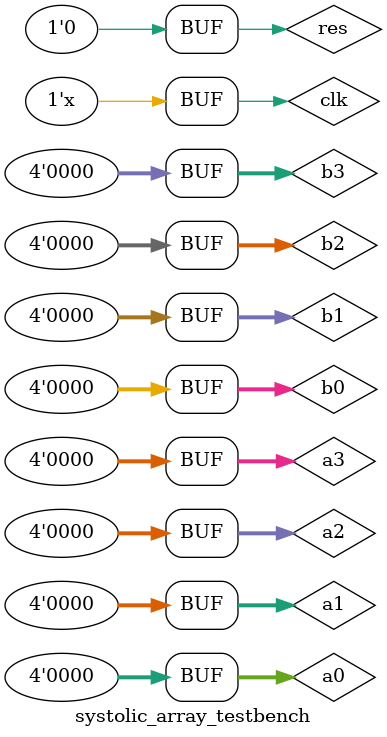
<source format=v>
module systolic_array_testbench;
    reg [3:0] a0, a1, a2, a3;
    reg [3:0] b0, b1, b2, b3;
    reg res, clk;
    wire [159:0] out;
    
    systolic_array uut(
        .res(res),
        .clk(clk),
        .a0(a0),
        .a1(a1),
        .a2(a2),
        .a3(a3),
        .b0(b0),
        .b1(b1),
        .b2(b2),
        .b3(b3),
        .out(out)
        );
        
        always  #20 clk = ~clk;
     
    
    initial begin
        res = 1; clk = 0;
        #60 res = 0; a0 = 2; a1 = 0; a2 = 0; a3 = 0;
            b0 = 2; b1 = 0; b2 = 0; b3 = 0;
        #40 a0 = 2; a1 = 2; a2 = 0; a3 = 0;
            b0 = 2; b1 = 2; b2 = 0; b3 = 0;
        #40 a0 = 2; a1 = 2; a2 = 2; a3 = 0;
            b0 = 2; b1 = 2; b2 = 2; b3 = 0;
        #40 a0 = 2; a1 = 2; a2 = 2; a3 = 2;
            b0 = 2; b1 = 2; b2 = 2; b3 = 2;
        #40 a0 = 0; a1 = 2; a2 = 2; a3 = 2;
            b0 = 0; b1 = 2; b2 = 2; b3 = 2;
        #40 a0 = 0; a1 = 0; a2 = 2; a3 = 2;
            b0 = 0; b1 = 0; b2 = 2; b3 = 2;
        #40 a0 = 0; a1 = 0; a2 = 0; a3 = 2;
            b0 = 0; b1 = 0; b2 = 0; b3 = 2;
        #40 a0 = 0; a1 = 0; a2 = 0; a3 = 0;
            b0 = 0; b1 = 0; b2 = 0; b3 = 0;
    end
endmodule

</source>
